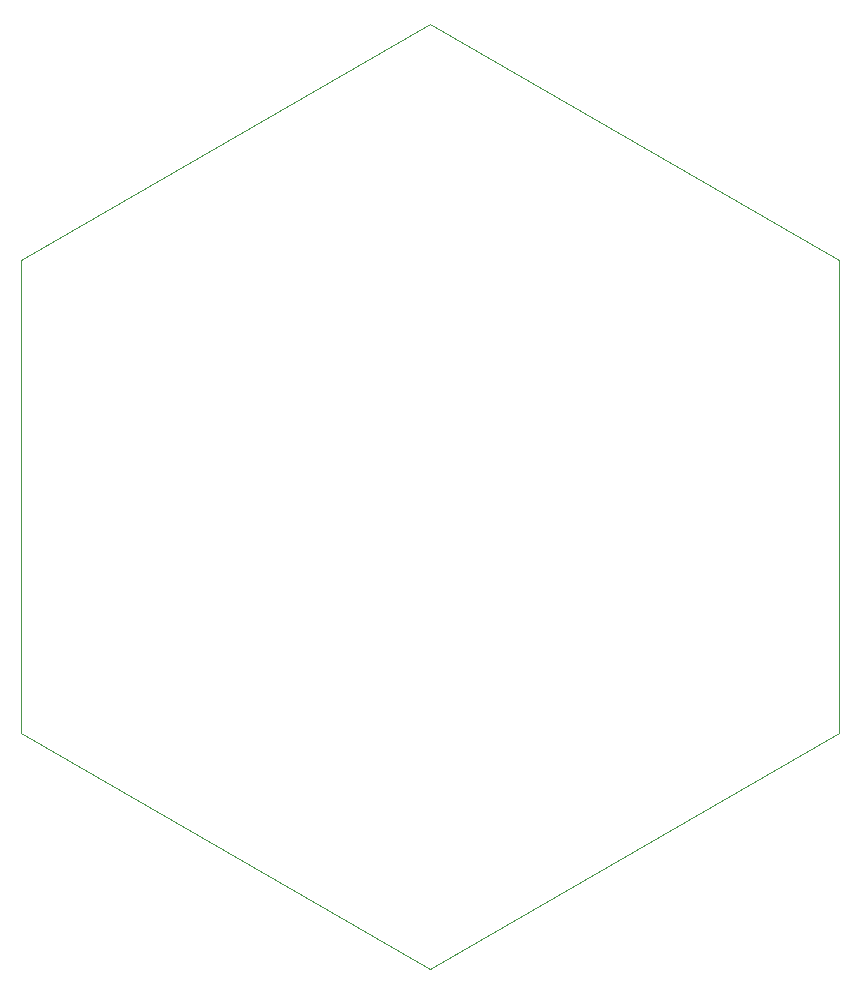
<source format=gm1>
G04 #@! TF.GenerationSoftware,KiCad,Pcbnew,5.1.5+dfsg1-2build2*
G04 #@! TF.CreationDate,2021-12-29T03:31:12+01:00*
G04 #@! TF.ProjectId,hex_led_board,6865785f-6c65-4645-9f62-6f6172642e6b,rev?*
G04 #@! TF.SameCoordinates,Original*
G04 #@! TF.FileFunction,Profile,NP*
%FSLAX46Y46*%
G04 Gerber Fmt 4.6, Leading zero omitted, Abs format (unit mm)*
G04 Created by KiCad (PCBNEW 5.1.5+dfsg1-2build2) date 2021-12-29 03:31:12*
%MOMM*%
%LPD*%
G04 APERTURE LIST*
%ADD10C,0.050000*%
G04 APERTURE END LIST*
D10*
X100000016Y-60000000D02*
X65359000Y-80000000D01*
X134641032Y-80000000D02*
X100000016Y-60000000D01*
X134641032Y-120000000D02*
X134641032Y-80000000D01*
X100000016Y-140000000D02*
X134641032Y-120000000D01*
X65359000Y-120000000D02*
X100000016Y-140000000D01*
X65359000Y-80000000D02*
X65359000Y-120000000D01*
M02*

</source>
